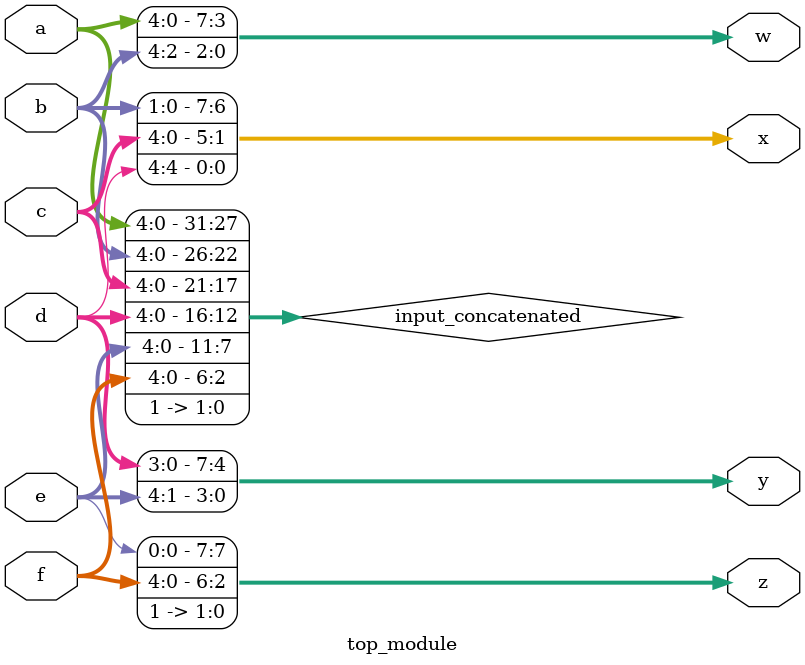
<source format=sv>
module top_module (
    input [4:0] a,
    input [4:0] b,
    input [4:0] c,
    input [4:0] d,
    input [4:0] e,
    input [4:0] f,
    output [7:0] w,
    output [7:0] x,
    output [7:0] y,
    output [7:0] z
);
    reg [31:0] input_concatenated;
    
    always @(*) begin
        input_concatenated = {a, b, c, d, e, f, 2'b11};
    end
    
    assign {w, x, y, z} = input_concatenated;
    
endmodule

</source>
